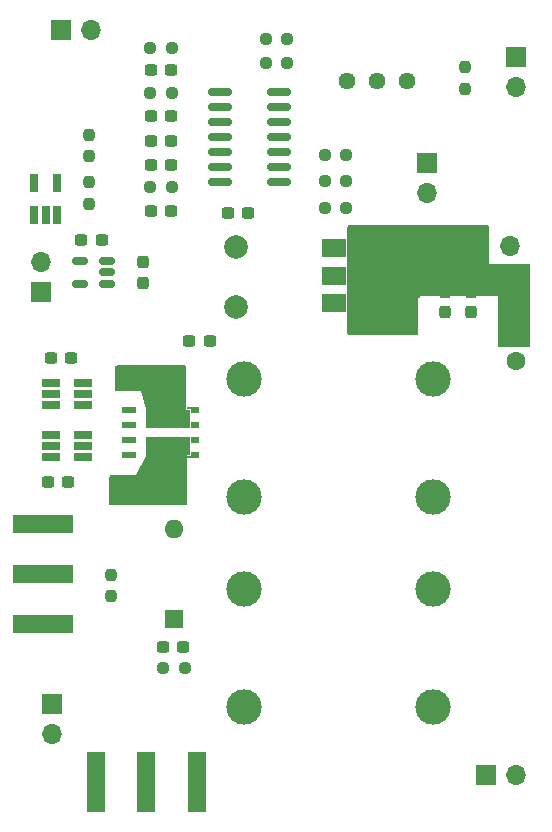
<source format=gts>
G04 #@! TF.GenerationSoftware,KiCad,Pcbnew,7.0.10*
G04 #@! TF.CreationDate,2024-04-06T15:52:41-07:00*
G04 #@! TF.ProjectId,powerAmp,706f7765-7241-46d7-902e-6b696361645f,rev?*
G04 #@! TF.SameCoordinates,Original*
G04 #@! TF.FileFunction,Soldermask,Top*
G04 #@! TF.FilePolarity,Negative*
%FSLAX46Y46*%
G04 Gerber Fmt 4.6, Leading zero omitted, Abs format (unit mm)*
G04 Created by KiCad (PCBNEW 7.0.10) date 2024-04-06 15:52:41*
%MOMM*%
%LPD*%
G01*
G04 APERTURE LIST*
G04 Aperture macros list*
%AMRoundRect*
0 Rectangle with rounded corners*
0 $1 Rounding radius*
0 $2 $3 $4 $5 $6 $7 $8 $9 X,Y pos of 4 corners*
0 Add a 4 corners polygon primitive as box body*
4,1,4,$2,$3,$4,$5,$6,$7,$8,$9,$2,$3,0*
0 Add four circle primitives for the rounded corners*
1,1,$1+$1,$2,$3*
1,1,$1+$1,$4,$5*
1,1,$1+$1,$6,$7*
1,1,$1+$1,$8,$9*
0 Add four rect primitives between the rounded corners*
20,1,$1+$1,$2,$3,$4,$5,0*
20,1,$1+$1,$4,$5,$6,$7,0*
20,1,$1+$1,$6,$7,$8,$9,0*
20,1,$1+$1,$8,$9,$2,$3,0*%
G04 Aperture macros list end*
%ADD10R,0.650000X1.560000*%
%ADD11RoundRect,0.237500X0.250000X0.237500X-0.250000X0.237500X-0.250000X-0.237500X0.250000X-0.237500X0*%
%ADD12R,1.600000X1.600000*%
%ADD13O,1.600000X1.600000*%
%ADD14RoundRect,0.237500X-0.300000X-0.237500X0.300000X-0.237500X0.300000X0.237500X-0.300000X0.237500X0*%
%ADD15RoundRect,0.150000X-0.825000X-0.150000X0.825000X-0.150000X0.825000X0.150000X-0.825000X0.150000X0*%
%ADD16RoundRect,0.237500X-0.250000X-0.237500X0.250000X-0.237500X0.250000X0.237500X-0.250000X0.237500X0*%
%ADD17R,1.700000X1.700000*%
%ADD18O,1.700000X1.700000*%
%ADD19C,1.600000*%
%ADD20R,1.560000X0.650000*%
%ADD21RoundRect,0.237500X-0.237500X0.250000X-0.237500X-0.250000X0.237500X-0.250000X0.237500X0.250000X0*%
%ADD22R,2.000000X1.500000*%
%ADD23R,2.000000X3.800000*%
%ADD24R,1.500000X5.080000*%
%ADD25R,1.270000X0.610000*%
%ADD26R,0.710000X0.610000*%
%ADD27R,0.310000X0.255000*%
%ADD28R,3.810000X1.650000*%
%ADD29RoundRect,0.237500X-0.237500X0.300000X-0.237500X-0.300000X0.237500X-0.300000X0.237500X0.300000X0*%
%ADD30RoundRect,0.237500X0.237500X-0.250000X0.237500X0.250000X-0.237500X0.250000X-0.237500X-0.250000X0*%
%ADD31RoundRect,0.237500X0.237500X-0.300000X0.237500X0.300000X-0.237500X0.300000X-0.237500X-0.300000X0*%
%ADD32RoundRect,0.237500X0.300000X0.237500X-0.300000X0.237500X-0.300000X-0.237500X0.300000X-0.237500X0*%
%ADD33C,3.000000*%
%ADD34C,2.000000*%
%ADD35R,5.080000X1.500000*%
%ADD36RoundRect,0.150000X0.512500X0.150000X-0.512500X0.150000X-0.512500X-0.150000X0.512500X-0.150000X0*%
%ADD37C,1.440000*%
G04 APERTURE END LIST*
D10*
X67655000Y-84105000D03*
X68605000Y-84105000D03*
X69555000Y-84105000D03*
X69555000Y-81405000D03*
X67655000Y-81405000D03*
D11*
X80417500Y-122455000D03*
X78592500Y-122455000D03*
D12*
X79505000Y-118365000D03*
D13*
X79505000Y-110745000D03*
D14*
X78542500Y-120655000D03*
X80267500Y-120655000D03*
D15*
X83402400Y-73695000D03*
X83402400Y-74965000D03*
X83402400Y-76235000D03*
X83402400Y-77505000D03*
X83402400Y-78775000D03*
X83402400Y-80045000D03*
X83402400Y-81315000D03*
X88352400Y-81315000D03*
X88352400Y-80045000D03*
X88352400Y-78775000D03*
X88352400Y-77505000D03*
X88352400Y-76235000D03*
X88352400Y-74965000D03*
X88352400Y-73695000D03*
D14*
X80792500Y-94755000D03*
X82517500Y-94755000D03*
D16*
X92242500Y-81255000D03*
X94067500Y-81255000D03*
D17*
X69905000Y-68455000D03*
D18*
X72445000Y-68455000D03*
D17*
X108405000Y-70730000D03*
D18*
X108405000Y-73270000D03*
D16*
X92242500Y-79005000D03*
X94067500Y-79005000D03*
X77492500Y-70005000D03*
X79317500Y-70005000D03*
D19*
X108405000Y-94505000D03*
X108405000Y-96505000D03*
D20*
X69055000Y-98305000D03*
X69055000Y-99255000D03*
X69055000Y-100205000D03*
X71755000Y-100205000D03*
X71755000Y-99255000D03*
X71755000Y-98305000D03*
D21*
X72288400Y-77342500D03*
X72288400Y-79167500D03*
D17*
X69155000Y-125505000D03*
D18*
X69155000Y-128045000D03*
D17*
X68205000Y-90630000D03*
D18*
X68205000Y-88090000D03*
D17*
X107905000Y-89280000D03*
D18*
X107905000Y-86740000D03*
D22*
X93014400Y-86955600D03*
X93014400Y-89255600D03*
X93014400Y-91555600D03*
D23*
X99314400Y-89255600D03*
D24*
X77155000Y-132142500D03*
X81405000Y-132142500D03*
X72905000Y-132142500D03*
D25*
X75640000Y-100650000D03*
X75640000Y-101920000D03*
X75640000Y-103190000D03*
X75640000Y-104460000D03*
D26*
X81260000Y-104460000D03*
D27*
X80750000Y-104637000D03*
D26*
X81260000Y-103190000D03*
D28*
X79000000Y-103685000D03*
D26*
X81260000Y-101920000D03*
D27*
X80750000Y-100473000D03*
D26*
X81260000Y-100650000D03*
D28*
X79000000Y-101425000D03*
D17*
X105880000Y-131505000D03*
D18*
X108420000Y-131505000D03*
D29*
X76835000Y-88113700D03*
X76835000Y-89838700D03*
D11*
X94067500Y-83505000D03*
X92242500Y-83505000D03*
D14*
X77542500Y-77825600D03*
X79267500Y-77825600D03*
D30*
X104155000Y-73417500D03*
X104155000Y-71592500D03*
D11*
X89067500Y-71255000D03*
X87242500Y-71255000D03*
D31*
X102405000Y-92367500D03*
X102405000Y-90642500D03*
D14*
X68792500Y-106755000D03*
X70517500Y-106755000D03*
D11*
X89067500Y-69255000D03*
X87242500Y-69255000D03*
D32*
X73367500Y-86255000D03*
X71642500Y-86255000D03*
D11*
X79317500Y-73755000D03*
X77492500Y-73755000D03*
D32*
X79267500Y-75755000D03*
X77542500Y-75755000D03*
D11*
X79317500Y-81755000D03*
X77492500Y-81755000D03*
D32*
X79267500Y-79857600D03*
X77542500Y-79857600D03*
D14*
X84042500Y-83921600D03*
X85767500Y-83921600D03*
D33*
X101405000Y-98005000D03*
X85405000Y-98005000D03*
X101405000Y-108005000D03*
X85405000Y-108005000D03*
D34*
X84734400Y-86842600D03*
X84734400Y-91922600D03*
D30*
X74155000Y-116417500D03*
X74155000Y-114592500D03*
D31*
X104655000Y-92367500D03*
X104655000Y-90642500D03*
D20*
X69055000Y-102732800D03*
X69055000Y-103682800D03*
X69055000Y-104632800D03*
X71755000Y-104632800D03*
X71755000Y-103682800D03*
X71755000Y-102732800D03*
D14*
X77542500Y-71856600D03*
X79267500Y-71856600D03*
D21*
X72288400Y-81342500D03*
X72288400Y-83167500D03*
D35*
X68405000Y-114505000D03*
X68405000Y-118755000D03*
X68405000Y-110255000D03*
D14*
X77542500Y-83794600D03*
X79267500Y-83794600D03*
D17*
X100905000Y-79730000D03*
D18*
X100905000Y-82270000D03*
D14*
X69042500Y-96255000D03*
X70767500Y-96255000D03*
D33*
X101405000Y-115755000D03*
X85405000Y-115755000D03*
X101405000Y-125755000D03*
X85405000Y-125755000D03*
D36*
X73781500Y-89926200D03*
X73781500Y-88976200D03*
X73781500Y-88026200D03*
X71506500Y-88026200D03*
X71506500Y-89926200D03*
D37*
X99205000Y-72755000D03*
X96665000Y-72755000D03*
X94125000Y-72755000D03*
G36*
X106114191Y-85023907D02*
G01*
X106150155Y-85073407D01*
X106155000Y-85104000D01*
X106155000Y-88254999D01*
X106155001Y-88255000D01*
X109556000Y-88255000D01*
X109614191Y-88273907D01*
X109650155Y-88323407D01*
X109655000Y-88354000D01*
X109655000Y-95156000D01*
X109636093Y-95214191D01*
X109586593Y-95250155D01*
X109556000Y-95255000D01*
X107004000Y-95255000D01*
X106945809Y-95236093D01*
X106909845Y-95186593D01*
X106905000Y-95156000D01*
X106905000Y-91005001D01*
X106904999Y-91005000D01*
X100155001Y-91005000D01*
X100155000Y-91005001D01*
X100155000Y-94156000D01*
X100136093Y-94214191D01*
X100086593Y-94250155D01*
X100056000Y-94255000D01*
X94254000Y-94255000D01*
X94195809Y-94236093D01*
X94159845Y-94186593D01*
X94155000Y-94156000D01*
X94155000Y-85104000D01*
X94173907Y-85045809D01*
X94223407Y-85009845D01*
X94254000Y-85005000D01*
X106056000Y-85005000D01*
X106114191Y-85023907D01*
G37*
G36*
X80548039Y-104474685D02*
G01*
X80593794Y-104527489D01*
X80605000Y-104579000D01*
X80605000Y-108531000D01*
X80585315Y-108598039D01*
X80532511Y-108643794D01*
X80481000Y-108655000D01*
X74129000Y-108655000D01*
X74061961Y-108635315D01*
X74016206Y-108582511D01*
X74005000Y-108531000D01*
X74005000Y-106279000D01*
X74024685Y-106211961D01*
X74077489Y-106166206D01*
X74129000Y-106155000D01*
X76305000Y-106155000D01*
X76305000Y-106154999D01*
X77071495Y-104526201D01*
X77117851Y-104473924D01*
X77183692Y-104455000D01*
X80481000Y-104455000D01*
X80548039Y-104474685D01*
G37*
G36*
X80448039Y-96874685D02*
G01*
X80493794Y-96927489D01*
X80505000Y-96979000D01*
X80505000Y-100531000D01*
X80485315Y-100598039D01*
X80432511Y-100643794D01*
X80381000Y-100655000D01*
X77201817Y-100655000D01*
X77134778Y-100635315D01*
X77089023Y-100582511D01*
X77081519Y-100561074D01*
X76705000Y-99055000D01*
X74629000Y-99055000D01*
X74561961Y-99035315D01*
X74516206Y-98982511D01*
X74505000Y-98931000D01*
X74505000Y-96979000D01*
X74524685Y-96911961D01*
X74577489Y-96866206D01*
X74629000Y-96855000D01*
X80381000Y-96855000D01*
X80448039Y-96874685D01*
G37*
M02*

</source>
